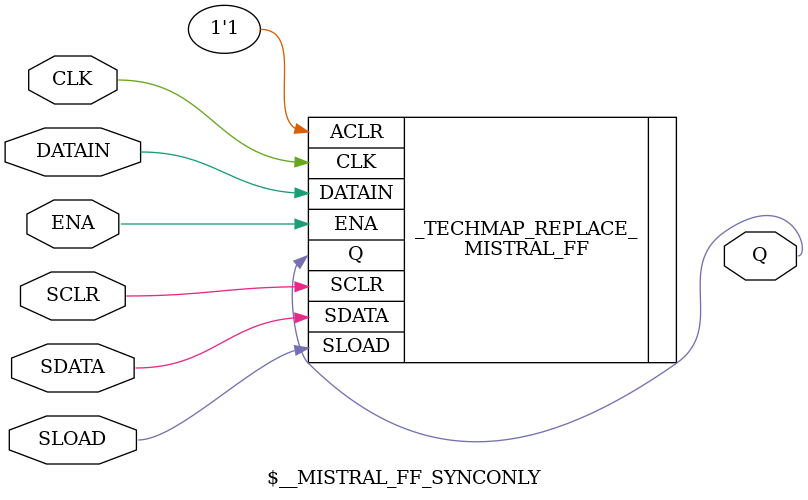
<source format=v>


module $__MISTRAL_FF_SYNCONLY (
    input DATAIN, CLK, ENA, SCLR, SLOAD, SDATA,
    output reg Q
);

MISTRAL_FF _TECHMAP_REPLACE_ (.DATAIN(DATAIN), .CLK(CLK), .ACLR(1'b1), .ENA(ENA), .SCLR(SCLR), .SLOAD(SLOAD), .SDATA(SDATA), .Q(Q));

endmodule

</source>
